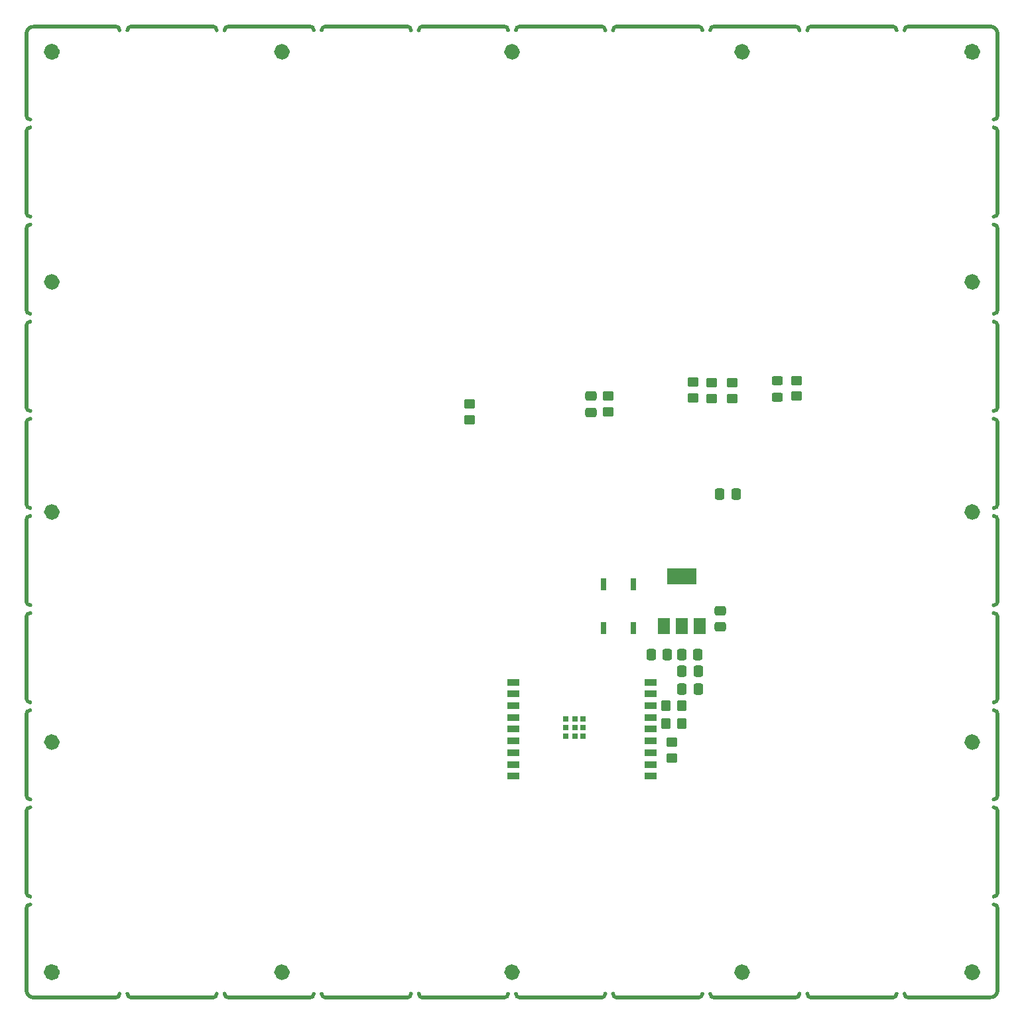
<source format=gtp>
G04 #@! TF.GenerationSoftware,KiCad,Pcbnew,6.0.2-378541a8eb~116~ubuntu20.04.1*
G04 #@! TF.CreationDate,2022-03-04T10:23:18-05:00*
G04 #@! TF.ProjectId,stencil,7374656e-6369-46c2-9e6b-696361645f70,rev?*
G04 #@! TF.SameCoordinates,Original*
G04 #@! TF.FileFunction,Paste,Top*
G04 #@! TF.FilePolarity,Positive*
%FSLAX46Y46*%
G04 Gerber Fmt 4.6, Leading zero omitted, Abs format (unit mm)*
G04 Created by KiCad (PCBNEW 6.0.2-378541a8eb~116~ubuntu20.04.1) date 2022-03-04 10:23:18*
%MOMM*%
%LPD*%
G01*
G04 APERTURE LIST*
G04 Aperture macros list*
%AMRoundRect*
0 Rectangle with rounded corners*
0 $1 Rounding radius*
0 $2 $3 $4 $5 $6 $7 $8 $9 X,Y pos of 4 corners*
0 Add a 4 corners polygon primitive as box body*
4,1,4,$2,$3,$4,$5,$6,$7,$8,$9,$2,$3,0*
0 Add four circle primitives for the rounded corners*
1,1,$1+$1,$2,$3*
1,1,$1+$1,$4,$5*
1,1,$1+$1,$6,$7*
1,1,$1+$1,$8,$9*
0 Add four rect primitives between the rounded corners*
20,1,$1+$1,$2,$3,$4,$5,0*
20,1,$1+$1,$4,$5,$6,$7,0*
20,1,$1+$1,$6,$7,$8,$9,0*
20,1,$1+$1,$8,$9,$2,$3,0*%
G04 Aperture macros list end*
%ADD10C,0.500000*%
%ADD11C,1.000000*%
%ADD12C,1.050000*%
%ADD13R,1.500000X2.000000*%
%ADD14R,3.800000X2.000000*%
%ADD15RoundRect,0.250000X-0.450000X0.350000X-0.450000X-0.350000X0.450000X-0.350000X0.450000X0.350000X0*%
%ADD16R,0.762000X1.524000*%
%ADD17RoundRect,0.250000X0.450000X-0.350000X0.450000X0.350000X-0.450000X0.350000X-0.450000X-0.350000X0*%
%ADD18RoundRect,0.250000X0.475000X-0.337500X0.475000X0.337500X-0.475000X0.337500X-0.475000X-0.337500X0*%
%ADD19RoundRect,0.250000X-0.337500X-0.475000X0.337500X-0.475000X0.337500X0.475000X-0.337500X0.475000X0*%
%ADD20RoundRect,0.250000X-0.450000X0.325000X-0.450000X-0.325000X0.450000X-0.325000X0.450000X0.325000X0*%
%ADD21R,1.500000X0.900000*%
%ADD22R,0.700000X0.700000*%
%ADD23RoundRect,0.250000X-0.350000X-0.450000X0.350000X-0.450000X0.350000X0.450000X-0.350000X0.450000X0*%
G04 APERTURE END LIST*
D10*
X85630050Y-110857909D02*
G75*
G03*
X86130050Y-111357909I500001J1D01*
G01*
X85630050Y-48857909D02*
G75*
G03*
X86130050Y-49357909I500001J1D01*
G01*
X99030050Y-37457909D02*
X109430050Y-37457909D01*
X99030050Y-161457909D02*
X109430050Y-161457909D01*
D11*
X148130050Y-158207909D02*
G75*
G03*
X148130050Y-158207909I-500000J0D01*
G01*
D10*
X209630050Y-38457909D02*
G75*
G03*
X208630050Y-37457909I-999999J1D01*
G01*
X121830050Y-161457909D02*
G75*
G03*
X122330050Y-160957909I-1J500001D01*
G01*
X183830050Y-161457909D02*
G75*
G03*
X184330050Y-160957909I-1J500001D01*
G01*
D11*
X89380050Y-99457909D02*
G75*
G03*
X89380050Y-99457909I-500000J0D01*
G01*
D10*
X86130050Y-124757909D02*
G75*
G03*
X85630050Y-125257909I1J-500001D01*
G01*
X99030050Y-37457909D02*
G75*
G03*
X98530050Y-37957909I1J-500001D01*
G01*
X134730050Y-37957909D02*
G75*
G03*
X134230050Y-37457909I-500001J-1D01*
G01*
X98530050Y-160957909D02*
G75*
G03*
X99030050Y-161457909I500001J1D01*
G01*
X136230050Y-37457909D02*
G75*
G03*
X135730050Y-37957909I1J-500001D01*
G01*
X123830050Y-37457909D02*
G75*
G03*
X123330050Y-37957909I1J-500001D01*
G01*
X85630050Y-50857909D02*
X85630050Y-61257909D01*
X209630050Y-112857909D02*
G75*
G03*
X209130050Y-112357909I-500001J-1D01*
G01*
X135730050Y-160957909D02*
G75*
G03*
X136230050Y-161457909I500001J1D01*
G01*
D11*
X148130050Y-40707909D02*
G75*
G03*
X148130050Y-40707909I-500000J0D01*
G01*
D10*
X86130050Y-62757909D02*
G75*
G03*
X85630050Y-63257909I1J-500001D01*
G01*
X85630050Y-100457909D02*
X85630050Y-110857909D01*
X173430050Y-161457909D02*
X183830050Y-161457909D01*
X198230050Y-37457909D02*
X208630050Y-37457909D01*
X85630050Y-73657909D02*
G75*
G03*
X86130050Y-74157909I500001J1D01*
G01*
X85630050Y-137657909D02*
X85630050Y-148057909D01*
X208630050Y-161457909D02*
G75*
G03*
X209630050Y-160457909I1J999999D01*
G01*
X209630050Y-100457909D02*
G75*
G03*
X209130050Y-99957909I-500001J-1D01*
G01*
X86130050Y-112357909D02*
G75*
G03*
X85630050Y-112857909I1J-500001D01*
G01*
X209130050Y-74157909D02*
G75*
G03*
X209630050Y-73657909I-1J500001D01*
G01*
X209630050Y-63257909D02*
X209630050Y-73657909D01*
X209630050Y-50857909D02*
G75*
G03*
X209130050Y-50357909I-500001J-1D01*
G01*
X86130050Y-99957909D02*
G75*
G03*
X85630050Y-100457909I1J-500001D01*
G01*
X86630050Y-161457909D02*
X97030050Y-161457909D01*
X184330050Y-37957909D02*
G75*
G03*
X183830050Y-37457909I-500001J-1D01*
G01*
X173430050Y-37457909D02*
G75*
G03*
X172930050Y-37957909I1J-500001D01*
G01*
X85630050Y-160457909D02*
G75*
G03*
X86630050Y-161457909I999999J-1D01*
G01*
D11*
X118755050Y-40707909D02*
G75*
G03*
X118755050Y-40707909I-500000J0D01*
G01*
D10*
X85630050Y-61257909D02*
G75*
G03*
X86130050Y-61757909I500001J1D01*
G01*
X111430050Y-37457909D02*
G75*
G03*
X110930050Y-37957909I1J-500001D01*
G01*
X209630050Y-125257909D02*
G75*
G03*
X209130050Y-124757909I-500001J-1D01*
G01*
X209630050Y-150057909D02*
G75*
G03*
X209130050Y-149557909I-500001J-1D01*
G01*
X185830050Y-37457909D02*
X196230050Y-37457909D01*
X148630050Y-37457909D02*
G75*
G03*
X148130050Y-37957909I1J-500001D01*
G01*
X109930050Y-37957909D02*
G75*
G03*
X109430050Y-37457909I-500001J-1D01*
G01*
X85630050Y-63257909D02*
X85630050Y-73657909D01*
X148630050Y-161457909D02*
X159030050Y-161457909D01*
X122330050Y-37957909D02*
G75*
G03*
X121830050Y-37457909I-500001J-1D01*
G01*
X86630050Y-37457909D02*
X97030050Y-37457909D01*
X147130050Y-37957909D02*
G75*
G03*
X146630050Y-37457909I-500001J-1D01*
G01*
X209630050Y-75657909D02*
X209630050Y-86057909D01*
X197730050Y-160957909D02*
G75*
G03*
X198230050Y-161457909I500001J1D01*
G01*
X209630050Y-150057909D02*
X209630050Y-160457909D01*
X171930050Y-37957909D02*
G75*
G03*
X171430050Y-37457909I-500001J-1D01*
G01*
X148630050Y-37457909D02*
X159030050Y-37457909D01*
X185330050Y-160957909D02*
G75*
G03*
X185830050Y-161457909I500001J1D01*
G01*
X86630050Y-37457909D02*
G75*
G03*
X85630050Y-38457909I-1J-999999D01*
G01*
X209630050Y-50857909D02*
X209630050Y-61257909D01*
X209630050Y-137657909D02*
G75*
G03*
X209130050Y-137157909I-500001J-1D01*
G01*
X209630050Y-125257909D02*
X209630050Y-135657909D01*
D11*
X206880050Y-99457909D02*
G75*
G03*
X206880050Y-99457909I-500000J0D01*
G01*
D10*
X123830050Y-161457909D02*
X134230050Y-161457909D01*
X209630050Y-38457909D02*
X209630050Y-48857909D01*
D11*
X89380050Y-70082909D02*
G75*
G03*
X89380050Y-70082909I-500000J0D01*
G01*
X89380050Y-128832909D02*
G75*
G03*
X89380050Y-128832909I-500000J0D01*
G01*
X177505050Y-158207909D02*
G75*
G03*
X177505050Y-158207909I-500000J0D01*
G01*
D10*
X209630050Y-88057909D02*
G75*
G03*
X209130050Y-87557909I-500001J-1D01*
G01*
X171430050Y-161457909D02*
G75*
G03*
X171930050Y-160957909I-1J500001D01*
G01*
D12*
X89405050Y-158207909D02*
G75*
G03*
X89405050Y-158207909I-525000J0D01*
G01*
D11*
X177505050Y-40707909D02*
G75*
G03*
X177505050Y-40707909I-500000J0D01*
G01*
D10*
X209130050Y-136157909D02*
G75*
G03*
X209630050Y-135657909I-1J500001D01*
G01*
X159030050Y-161457909D02*
G75*
G03*
X159530050Y-160957909I-1J500001D01*
G01*
X161030050Y-37457909D02*
G75*
G03*
X160530050Y-37957909I1J-500001D01*
G01*
X198230050Y-37457909D02*
G75*
G03*
X197730050Y-37957909I1J-500001D01*
G01*
D11*
X206880050Y-128832909D02*
G75*
G03*
X206880050Y-128832909I-500000J0D01*
G01*
D10*
X209130050Y-61757909D02*
G75*
G03*
X209630050Y-61257909I-1J500001D01*
G01*
X209130050Y-86557909D02*
G75*
G03*
X209630050Y-86057909I-1J500001D01*
G01*
X209630050Y-112857909D02*
X209630050Y-123257909D01*
X97030050Y-161457909D02*
G75*
G03*
X97530050Y-160957909I-1J500001D01*
G01*
X85630050Y-98457909D02*
G75*
G03*
X86130050Y-98957909I500001J1D01*
G01*
X85630050Y-150057909D02*
X85630050Y-160457909D01*
X86130050Y-50357909D02*
G75*
G03*
X85630050Y-50857909I1J-500001D01*
G01*
X196230050Y-161457909D02*
G75*
G03*
X196730050Y-160957909I-1J500001D01*
G01*
X209630050Y-100457909D02*
X209630050Y-110857909D01*
X136230050Y-161457909D02*
X146630050Y-161457909D01*
X209130050Y-111357909D02*
G75*
G03*
X209630050Y-110857909I-1J500001D01*
G01*
X209630050Y-75657909D02*
G75*
G03*
X209130050Y-75157909I-500001J-1D01*
G01*
X85630050Y-75657909D02*
X85630050Y-86057909D01*
X209130050Y-148557909D02*
G75*
G03*
X209630050Y-148057909I-1J500001D01*
G01*
D12*
X89405050Y-40707909D02*
G75*
G03*
X89405050Y-40707909I-525000J0D01*
G01*
D10*
X85630050Y-88057909D02*
X85630050Y-98457909D01*
X85630050Y-112857909D02*
X85630050Y-123257909D01*
X185830050Y-161457909D02*
X196230050Y-161457909D01*
X160530050Y-160957909D02*
G75*
G03*
X161030050Y-161457909I500001J1D01*
G01*
X185830050Y-37457909D02*
G75*
G03*
X185330050Y-37957909I1J-500001D01*
G01*
X111430050Y-37457909D02*
X121830050Y-37457909D01*
X209130050Y-123757909D02*
G75*
G03*
X209630050Y-123257909I-1J500001D01*
G01*
X161030050Y-161457909D02*
X171430050Y-161457909D01*
X134230050Y-161457909D02*
G75*
G03*
X134730050Y-160957909I-1J500001D01*
G01*
X109430050Y-161457909D02*
G75*
G03*
X109930050Y-160957909I-1J500001D01*
G01*
X86130050Y-75157909D02*
G75*
G03*
X85630050Y-75657909I1J-500001D01*
G01*
X111430050Y-161457909D02*
X121830050Y-161457909D01*
X123330050Y-160957909D02*
G75*
G03*
X123830050Y-161457909I500001J1D01*
G01*
X85630050Y-125257909D02*
X85630050Y-135657909D01*
D12*
X206905050Y-158207909D02*
G75*
G03*
X206905050Y-158207909I-525000J0D01*
G01*
D10*
X85630050Y-123257909D02*
G75*
G03*
X86130050Y-123757909I500001J1D01*
G01*
X196730050Y-37957909D02*
G75*
G03*
X196230050Y-37457909I-500001J-1D01*
G01*
D12*
X206905050Y-40707909D02*
G75*
G03*
X206905050Y-40707909I-525000J0D01*
G01*
D10*
X123830050Y-37457909D02*
X134230050Y-37457909D01*
X86130050Y-137157909D02*
G75*
G03*
X85630050Y-137657909I1J-500001D01*
G01*
X209130050Y-98957909D02*
G75*
G03*
X209630050Y-98457909I-1J500001D01*
G01*
X85630050Y-38457909D02*
X85630050Y-48857909D01*
X209630050Y-137657909D02*
X209630050Y-148057909D01*
X161030050Y-37457909D02*
X171430050Y-37457909D01*
X148130050Y-160957909D02*
G75*
G03*
X148630050Y-161457909I500001J1D01*
G01*
X198230050Y-161457909D02*
X208630050Y-161457909D01*
X86130050Y-87557909D02*
G75*
G03*
X85630050Y-88057909I1J-500001D01*
G01*
X159530050Y-37957909D02*
G75*
G03*
X159030050Y-37457909I-500001J-1D01*
G01*
X146630050Y-161457909D02*
G75*
G03*
X147130050Y-160957909I-1J500001D01*
G01*
X209130050Y-49357909D02*
G75*
G03*
X209630050Y-48857909I-1J500001D01*
G01*
X209630050Y-63257909D02*
G75*
G03*
X209130050Y-62757909I-500001J-1D01*
G01*
X85630050Y-135657909D02*
G75*
G03*
X86130050Y-136157909I500001J1D01*
G01*
X97530050Y-37957909D02*
G75*
G03*
X97030050Y-37457909I-500001J-1D01*
G01*
X173430050Y-37457909D02*
X183830050Y-37457909D01*
D11*
X206880050Y-70082909D02*
G75*
G03*
X206880050Y-70082909I-500000J0D01*
G01*
D10*
X172930050Y-160957909D02*
G75*
G03*
X173430050Y-161457909I500001J1D01*
G01*
X86130050Y-149557909D02*
G75*
G03*
X85630050Y-150057909I1J-500001D01*
G01*
X209630050Y-88057909D02*
X209630050Y-98457909D01*
X110930050Y-160957909D02*
G75*
G03*
X111430050Y-161457909I500001J1D01*
G01*
X136230050Y-37457909D02*
X146630050Y-37457909D01*
X85630050Y-148057909D02*
G75*
G03*
X86130050Y-148557909I500001J1D01*
G01*
X85630050Y-86057909D02*
G75*
G03*
X86130050Y-86557909I500001J1D01*
G01*
D11*
X118755050Y-158207909D02*
G75*
G03*
X118755050Y-158207909I-500000J0D01*
G01*
D13*
G04 #@! TO.C,U4*
X167009860Y-113980000D03*
X169309860Y-113980000D03*
X171609860Y-113980000D03*
D14*
X169309860Y-107680000D03*
G04 #@! TD*
D15*
G04 #@! TO.C,R3*
X173109860Y-82980000D03*
X173109860Y-84980000D03*
G04 #@! TD*
D16*
G04 #@! TO.C,S1*
X159309860Y-114280000D03*
X159309860Y-108692000D03*
X163119860Y-114280000D03*
X163119860Y-108692000D03*
G04 #@! TD*
D17*
G04 #@! TO.C,R12*
X168009860Y-130880000D03*
X168009860Y-128880000D03*
G04 #@! TD*
D18*
G04 #@! TO.C,C2*
X157709860Y-86717500D03*
X157709860Y-84642500D03*
G04 #@! TD*
D15*
G04 #@! TO.C,R10*
X183909860Y-82680000D03*
X183909860Y-84680000D03*
G04 #@! TD*
D18*
G04 #@! TO.C,C4*
X174209860Y-114117500D03*
X174209860Y-112042500D03*
G04 #@! TD*
D19*
G04 #@! TO.C,C6*
X169309860Y-122080000D03*
X171384860Y-122080000D03*
G04 #@! TD*
D15*
G04 #@! TO.C,R4*
X175709860Y-82980000D03*
X175709860Y-84980000D03*
G04 #@! TD*
D20*
G04 #@! TO.C,D2*
X181509860Y-82730000D03*
X181509860Y-84780000D03*
G04 #@! TD*
D21*
G04 #@! TO.C,U5*
X165309860Y-133180000D03*
X165309860Y-131680000D03*
X165309860Y-130180000D03*
X165309860Y-128680000D03*
X165309860Y-127180000D03*
X165309860Y-125680000D03*
X165309860Y-124180000D03*
X165309860Y-122680000D03*
X165309860Y-121180000D03*
X147809860Y-121180000D03*
X147809860Y-122680000D03*
X147809860Y-124180000D03*
X147809860Y-125680000D03*
X147809860Y-127180000D03*
X147809860Y-128680000D03*
X147809860Y-130180000D03*
X147809860Y-131680000D03*
X147809860Y-133180000D03*
D22*
X156699860Y-126980000D03*
X156699860Y-128080000D03*
X154499860Y-128080000D03*
X155649860Y-125880000D03*
X154499860Y-126980000D03*
X154499860Y-125880000D03*
X155649860Y-126980000D03*
X155649860Y-128080000D03*
X156699860Y-125880000D03*
G04 #@! TD*
D23*
G04 #@! TO.C,R14*
X167309860Y-124180000D03*
X169309860Y-124180000D03*
G04 #@! TD*
D15*
G04 #@! TO.C,R7*
X142209860Y-85680000D03*
X142209860Y-87680000D03*
G04 #@! TD*
D19*
G04 #@! TO.C,C5*
X169272360Y-117680000D03*
X171347360Y-117680000D03*
G04 #@! TD*
D23*
G04 #@! TO.C,R11*
X167309860Y-126480000D03*
X169309860Y-126480000D03*
G04 #@! TD*
D15*
G04 #@! TO.C,R8*
X159909860Y-84680000D03*
X159909860Y-86680000D03*
G04 #@! TD*
D19*
G04 #@! TO.C,C8*
X165372360Y-117680000D03*
X167447360Y-117680000D03*
G04 #@! TD*
G04 #@! TO.C,C7*
X169309860Y-119780000D03*
X171384860Y-119780000D03*
G04 #@! TD*
D15*
G04 #@! TO.C,R2*
X170709860Y-82880000D03*
X170709860Y-84880000D03*
G04 #@! TD*
D19*
G04 #@! TO.C,C1*
X174134860Y-97180000D03*
X176209860Y-97180000D03*
G04 #@! TD*
M02*

</source>
